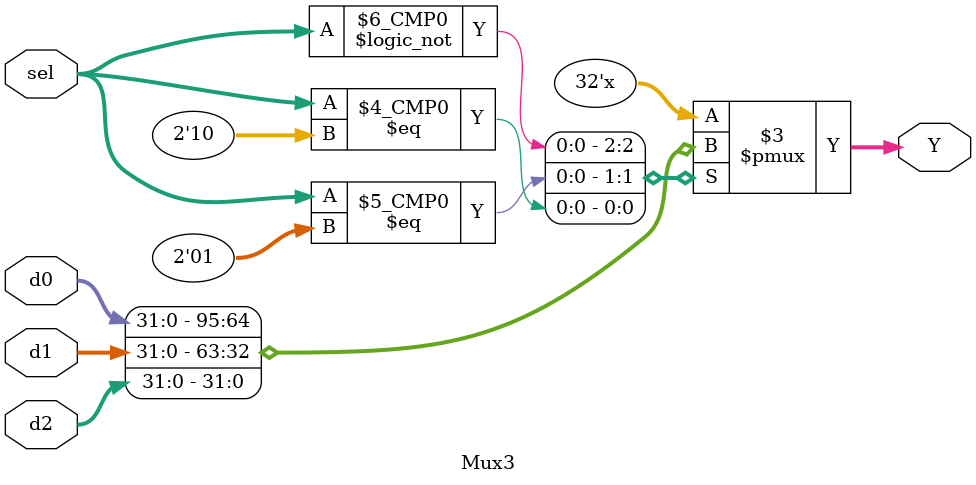
<source format=sv>
`timescale 1ns / 1ps
module Mux3 #(parameter WIDTH = 32)(
        input logic[WIDTH - 1:0] d0, d1, d2,
        input logic[1:0] sel,
        output logic[WIDTH - 1:0] Y
    );
    
    always_comb 
        case(sel)
            2'b00: Y <= d0;
            2'b01: Y <= d1;
            2'b10: Y <= d2;
            default: Y <= {{WIDTH{1'bx}}};
        endcase
endmodule

</source>
